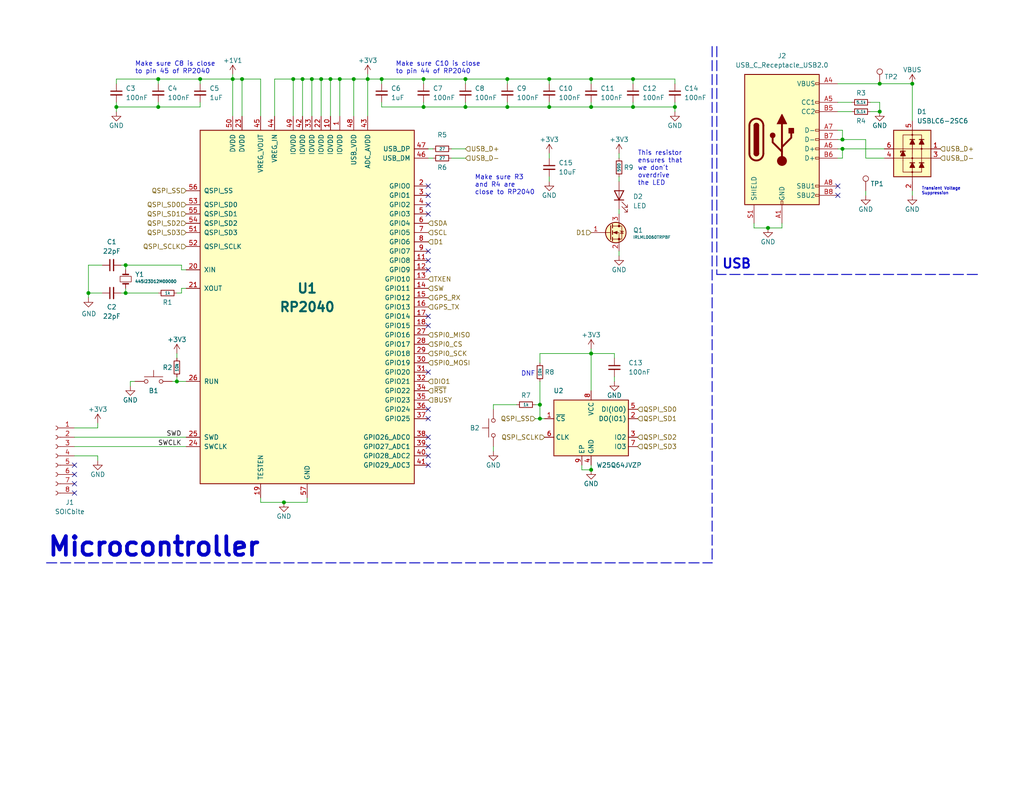
<source format=kicad_sch>
(kicad_sch (version 20230121) (generator eeschema)
  (paper "USLetter")
  (title_block (date "2023-10-18"))
  (lib_symbols
    (symbol "Connector:Conn_01x08_Female" (pin_names (offset 1.016) hide)
      (property "Reference" "J" (at 0 10.16 0))
      (property "Value" "Conn_01x08_Female" (at 0 -12.7 0))
      (symbol "Conn_01x08_Female_1_1"
        (arc (start 0 -9.652) (mid -0.5058 -10.16) (end 0 -10.668) (stroke (width 0.1524)))
        (arc (start 0 -7.112) (mid -0.5058 -7.62) (end 0 -8.128) (stroke (width 0.1524)))
        (arc (start 0 -4.572) (mid -0.5058 -5.08) (end 0 -5.588) (stroke (width 0.1524)))
        (arc (start 0 -2.032) (mid -0.5058 -2.54) (end 0 -3.048) (stroke (width 0.1524)))
        (polyline (pts (xy -1.27 -10.16) (xy -0.508 -10.16)) (stroke (width 0.1524)))
        (polyline (pts (xy -1.27 -7.62) (xy -0.508 -7.62)) (stroke (width 0.1524)))
        (polyline (pts (xy -1.27 -5.08) (xy -0.508 -5.08)) (stroke (width 0.1524)))
        (polyline (pts (xy -1.27 -2.54) (xy -0.508 -2.54)) (stroke (width 0.1524)))
        (polyline (pts (xy -1.27 0) (xy -0.508 0)) (stroke (width 0.1524)))
        (polyline (pts (xy -1.27 2.54) (xy -0.508 2.54)) (stroke (width 0.1524)))
        (polyline (pts (xy -1.27 5.08) (xy -0.508 5.08)) (stroke (width 0.1524)))
        (polyline (pts (xy -1.27 7.62) (xy -0.508 7.62)) (stroke (width 0.1524)))
        (arc (start 0 0.508) (mid -0.5058 0) (end 0 -0.508) (stroke (width 0.1524)))
        (arc (start 0 3.048) (mid -0.5058 2.54) (end 0 2.032) (stroke (width 0.1524)))
        (arc (start 0 5.588) (mid -0.5058 5.08) (end 0 4.572) (stroke (width 0.1524)))
        (arc (start 0 8.128) (mid -0.5058 7.62) (end 0 7.112) (stroke (width 0.1524)))
        (pin passive line (at -5.08 7.62 0) (length 3.81) (name "Pin_1") (number "1"))
        (pin passive line (at -5.08 5.08 0) (length 3.81) (name "Pin_2") (number "2"))
        (pin passive line (at -5.08 2.54 0) (length 3.81) (name "Pin_3") (number "3"))
        (pin passive line (at -5.08 0 0) (length 3.81) (name "Pin_4") (number "4"))
        (pin passive line (at -5.08 -2.54 0) (length 3.81) (name "Pin_5") (number "5"))
        (pin passive line (at -5.08 -5.08 0) (length 3.81) (name "Pin_6") (number "6"))
        (pin passive line (at -5.08 -7.62 0) (length 3.81) (name "Pin_7") (number "7"))
        (pin passive line (at -5.08 -10.16 0) (length 3.81) (name "Pin_8") (number "8"))
      )
    )
    (symbol "Connector:TestPoint" (pin_numbers hide) (pin_names (offset 0.762) hide)
      (property "Reference" "TP" (at 0 6.858 0))
      (property "Value" "TestPoint" (at 0 5.08 0))
      (symbol "TestPoint_0_1"
        (circle (center 0 3.302) (radius 0.762))
      )
      (symbol "TestPoint_1_1"
        (pin passive line (at 0 0 90) (length 2.54) (name "1") (number "1"))
      )
    )
    (symbol "Connector:USB_C_Receptacle_USB2.0" (pin_names (offset 1.016))
      (property "Reference" "J" (at -10.16 19.05 0))
      (property "Value" "USB_C_Receptacle_USB2.0" (at 19.05 19.05 0))
      (symbol "USB_C_Receptacle_USB2.0_0_0"
        (rectangle (start -0.254 -17.78) (end 0.254 -16.764))
        (rectangle (start 10.16 -14.986) (end 9.144 -15.494))
        (rectangle (start 10.16 -12.446) (end 9.144 -12.954))
        (rectangle (start 10.16 -4.826) (end 9.144 -5.334))
        (rectangle (start 10.16 -2.286) (end 9.144 -2.794))
        (rectangle (start 10.16 0.254) (end 9.144 -0.254))
        (rectangle (start 10.16 2.794) (end 9.144 2.286))
        (rectangle (start 10.16 7.874) (end 9.144 7.366))
        (rectangle (start 10.16 10.414) (end 9.144 9.906))
        (rectangle (start 10.16 15.494) (end 9.144 14.986))
      )
      (symbol "USB_C_Receptacle_USB2.0_0_1"
        (rectangle (start -10.16 17.78) (end 10.16 -17.78) (stroke (width 0.254)) (fill (type background)))
        (arc (start -8.89 -3.81) (mid -6.985 -5.7067) (end -5.08 -3.81) (stroke (width 0.508)))
        (arc (start -7.62 -3.81) (mid -6.985 -4.4423) (end -6.35 -3.81) (stroke (width 0.254)))
        (arc (start -7.62 -3.81) (mid -6.985 -4.4423) (end -6.35 -3.81) (stroke (width 0.254)) (fill (type outline)))
        (rectangle (start -7.62 -3.81) (end -6.35 3.81) (stroke (width 0.254)) (fill (type outline)))
        (arc (start -6.35 3.81) (mid -6.985 4.4423) (end -7.62 3.81) (stroke (width 0.254)))
        (arc (start -6.35 3.81) (mid -6.985 4.4423) (end -7.62 3.81) (stroke (width 0.254)) (fill (type outline)))
        (arc (start -5.08 3.81) (mid -6.985 5.7067) (end -8.89 3.81) (stroke (width 0.508)))
        (circle (center -2.54 1.143) (radius 0.635) (stroke (width 0.254)) (fill (type outline)))
        (circle (center 0 -5.842) (radius 1.27) (fill (type outline)))
        (polyline (pts (xy -8.89 -3.81) (xy -8.89 3.81)) (stroke (width 0.508)))
        (polyline (pts (xy -5.08 3.81) (xy -5.08 -3.81)) (stroke (width 0.508)))
        (polyline (pts (xy 0 -5.842) (xy 0 4.318)) (stroke (width 0.508)))
        (polyline (pts (xy 0 -3.302) (xy -2.54 -0.762) (xy -2.54 0.508)) (stroke (width 0.508)))
        (polyline (pts (xy 0 -2.032) (xy 2.54 0.508) (xy 2.54 1.778)) (stroke (width 0.508)))
        (polyline (pts (xy -1.27 4.318) (xy 0 6.858) (xy 1.27 4.318) (xy -1.27 4.318)) (stroke (width 0.254)) (fill (type outline)))
        (rectangle (start 1.905 1.778) (end 3.175 3.048) (stroke (width 0.254)) (fill (type outline)))
      )
      (symbol "USB_C_Receptacle_USB2.0_1_1"
        (pin passive line (at 0 -22.86 90) (length 5.08) (name "GND") (number "A1"))
        (pin passive line (at 0 -22.86 90) (length 5.08) hide (name "GND") (number "A12"))
        (pin passive line (at 15.24 15.24 180) (length 5.08) (name "VBUS") (number "A4"))
        (pin bidirectional line (at 15.24 10.16 180) (length 5.08) (name "CC1") (number "A5"))
        (pin bidirectional line (at 15.24 -2.54 180) (length 5.08) (name "D+") (number "A6"))
        (pin bidirectional line (at 15.24 2.54 180) (length 5.08) (name "D-") (number "A7"))
        (pin bidirectional line (at 15.24 -12.7 180) (length 5.08) (name "SBU1") (number "A8"))
        (pin passive line (at 15.24 15.24 180) (length 5.08) hide (name "VBUS") (number "A9"))
        (pin passive line (at 0 -22.86 90) (length 5.08) hide (name "GND") (number "B1"))
        (pin passive line (at 0 -22.86 90) (length 5.08) hide (name "GND") (number "B12"))
        (pin passive line (at 15.24 15.24 180) (length 5.08) hide (name "VBUS") (number "B4"))
        (pin bidirectional line (at 15.24 7.62 180) (length 5.08) (name "CC2") (number "B5"))
        (pin bidirectional line (at 15.24 -5.08 180) (length 5.08) (name "D+") (number "B6"))
        (pin bidirectional line (at 15.24 0 180) (length 5.08) (name "D-") (number "B7"))
        (pin bidirectional line (at 15.24 -15.24 180) (length 5.08) (name "SBU2") (number "B8"))
        (pin passive line (at 15.24 15.24 180) (length 5.08) hide (name "VBUS") (number "B9"))
        (pin passive line (at -7.62 -22.86 90) (length 5.08) (name "SHIELD") (number "S1"))
      )
    )
    (symbol "Device:C_Small" (pin_numbers hide) (pin_names (offset 0.254) hide)
      (property "Reference" "C" (at 0.254 1.778 0))
      (property "Value" "C_Small" (at 0.254 -2.032 0))
      (symbol "C_Small_0_1"
        (polyline (pts (xy -1.524 -0.508) (xy 1.524 -0.508)) (stroke (width 0.3302)))
        (polyline (pts (xy -1.524 0.508) (xy 1.524 0.508)) (stroke (width 0.3048)))
      )
      (symbol "C_Small_1_1"
        (pin passive line (at 0 2.54 270) (length 2.032) (name "~") (number "1"))
        (pin passive line (at 0 -2.54 90) (length 2.032) (name "~") (number "2"))
      )
    )
    (symbol "Device:Crystal_Small" (pin_numbers hide) (pin_names (offset 1.016) hide)
      (property "Reference" "Y" (at 0 2.54 0))
      (property "Value" "Crystal_Small" (at 0 -2.54 0))
      (symbol "Crystal_Small_0_1"
        (rectangle (start -0.762 -1.524) (end 0.762 1.524))
        (polyline (pts (xy -1.27 -0.762) (xy -1.27 0.762)) (stroke (width 0.381)))
        (polyline (pts (xy 1.27 -0.762) (xy 1.27 0.762)) (stroke (width 0.381)))
      )
      (symbol "Crystal_Small_1_1"
        (pin passive line (at -2.54 0 0) (length 1.27) (name "1") (number "1"))
        (pin passive line (at 2.54 0 180) (length 1.27) (name "2") (number "2"))
      )
    )
    (symbol "Device:LED" (pin_numbers hide) (pin_names (offset 1.016) hide)
      (property "Reference" "D" (at 0 2.54 0))
      (property "Value" "LED" (at 0 -2.54 0))
      (symbol "LED_0_1"
        (polyline (pts (xy -1.27 -1.27) (xy -1.27 1.27)) (stroke (width 0.254)))
        (polyline (pts (xy -1.27 0) (xy 1.27 0)))
        (polyline (pts (xy 1.27 -1.27) (xy 1.27 1.27) (xy -1.27 0) (xy 1.27 -1.27)) (stroke (width 0.254)))
        (polyline (pts (xy -3.048 -0.762) (xy -4.572 -2.286) (xy -3.81 -2.286) (xy -4.572 -2.286) (xy -4.572 -1.524)))
        (polyline (pts (xy -1.778 -0.762) (xy -3.302 -2.286) (xy -2.54 -2.286) (xy -3.302 -2.286) (xy -3.302 -1.524)))
      )
      (symbol "LED_1_1"
        (pin passive line (at -3.81 0 0) (length 2.54) (name "K") (number "1"))
        (pin passive line (at 3.81 0 180) (length 2.54) (name "A") (number "2"))
      )
    )
    (symbol "Device:Q_NMOS_GSD" (pin_names (offset 0) hide)
      (property "Reference" "Q?" (at 6.35 1.2701 0))
      (property "Value" "Q_NMOS_GSD" (at 6.35 -1.2699 0))
      (symbol "Q_NMOS_GSD_0_1"
        (polyline (pts (xy 0.254 0) (xy -2.54 0)))
        (polyline (pts (xy 0.254 1.905) (xy 0.254 -1.905)) (stroke (width 0.254)))
        (polyline (pts (xy 0.762 -1.27) (xy 0.762 -2.286)) (stroke (width 0.254)))
        (polyline (pts (xy 0.762 0.508) (xy 0.762 -0.508)) (stroke (width 0.254)))
        (polyline (pts (xy 0.762 2.286) (xy 0.762 1.27)) (stroke (width 0.254)))
        (polyline (pts (xy 2.54 2.54) (xy 2.54 1.778)))
        (polyline (pts (xy 2.54 -2.54) (xy 2.54 0) (xy 0.762 0)))
        (polyline (pts (xy 0.762 -1.778) (xy 3.302 -1.778) (xy 3.302 1.778) (xy 0.762 1.778)))
        (polyline (pts (xy 1.016 0) (xy 2.032 0.381) (xy 2.032 -0.381) (xy 1.016 0)) (fill (type outline)))
        (polyline (pts (xy 2.794 0.508) (xy 2.921 0.381) (xy 3.683 0.381) (xy 3.81 0.254)))
        (polyline (pts (xy 3.302 0.381) (xy 2.921 -0.254) (xy 3.683 -0.254) (xy 3.302 0.381)))
        (circle (center 1.651 0) (radius 2.794) (stroke (width 0.254)) (fill (type background)))
        (circle (center 2.54 -1.778) (radius 0.254) (fill (type outline)))
        (circle (center 2.54 1.778) (radius 0.254) (fill (type outline)))
      )
      (symbol "Q_NMOS_GSD_1_1"
        (pin input line (at -5.08 0 0) (length 2.54) (name "G") (number "1"))
        (pin passive line (at 2.54 -5.08 90) (length 2.54) (name "S") (number "2"))
        (pin passive line (at 2.54 5.08 270) (length 2.54) (name "D") (number "3"))
      )
    )
    (symbol "Device:R_Small" (pin_numbers hide) (pin_names (offset 0.254) hide)
      (property "Reference" "R" (at 0.762 0.508 0))
      (property "Value" "R_Small" (at 0.762 -1.016 0))
      (symbol "R_Small_0_1"
        (rectangle (start -0.762 1.778) (end 0.762 -1.778) (stroke (width 0.2032)))
      )
      (symbol "R_Small_1_1"
        (pin passive line (at 0 2.54 270) (length 0.762) (name "~") (number "1"))
        (pin passive line (at 0 -2.54 90) (length 0.762) (name "~") (number "2"))
      )
    )
    (symbol "Diode_TVS_AKL:USBLC6-2SC6" (pin_names (offset 1.016) hide)
      (property "Reference" "D" (at 6.35 6.35 0))
      (property "Value" "USBLC6-2SC6" (at 6.35 3.81 0))
      (symbol "USBLC6-2SC6_0_1"
        (rectangle (start -5.08 5.08) (end 5.08 -7.62) (stroke (width 0.254)) (fill (type background)))
        (polyline (pts (xy -5.08 -2.54) (xy 5.08 -2.54)))
        (polyline (pts (xy -5.08 0) (xy 5.08 0)))
        (polyline (pts (xy -2.54 -6.35) (xy -2.54 1.27)))
        (polyline (pts (xy -1.905 -3.81) (xy -3.175 -3.81)) (stroke (width 0.254)))
        (polyline (pts (xy -1.905 2.54) (xy -3.175 2.54)) (stroke (width 0.254)))
        (polyline (pts (xy 0 -8.89) (xy 0 -7.62)))
        (polyline (pts (xy 0 -7.62) (xy 0 -6.35)))
        (polyline (pts (xy 0 -1.27) (xy 0 1.27)))
        (polyline (pts (xy 0 1.27) (xy 0 -3.81)))
        (polyline (pts (xy 0 2.54) (xy 0 3.81)))
        (polyline (pts (xy 0 5.08) (xy 0 3.81)))
        (polyline (pts (xy 0.635 -3.81) (xy -0.635 -3.81)) (stroke (width 0.254)))
        (polyline (pts (xy 0.635 2.54) (xy -0.635 2.54)) (stroke (width 0.254)))
        (polyline (pts (xy 3.175 -0.635) (xy 1.905 -0.635)) (stroke (width 0.254)))
        (polyline (pts (xy -2.54 -6.35) (xy -2.54 -6.35) (xy 2.54 -6.35) (xy 2.54 -3.175)))
        (polyline (pts (xy -2.54 -3.81) (xy -1.905 -5.08) (xy -3.175 -5.08) (xy -2.54 -3.81)) (stroke (width 0.254)) (fill (type outline)))
        (polyline (pts (xy -2.54 2.54) (xy -1.905 1.27) (xy -3.175 1.27) (xy -2.54 2.54)) (stroke (width 0.254)) (fill (type outline)))
        (polyline (pts (xy 0 -3.81) (xy 0.635 -5.08) (xy -0.635 -5.08) (xy 0 -3.81)) (stroke (width 0.254)) (fill (type outline)))
        (polyline (pts (xy 0 2.54) (xy 0.635 1.27) (xy -0.635 1.27) (xy 0 2.54)) (stroke (width 0.254)) (fill (type outline)))
        (polyline (pts (xy 2.54 -0.635) (xy 2.54 3.81) (xy -2.54 3.81) (xy -2.54 2.54)))
        (polyline (pts (xy 2.54 -0.635) (xy 3.175 -1.905) (xy 1.905 -1.905) (xy 2.54 -0.635)) (stroke (width 0.254)) (fill (type outline)))
      )
      (symbol "USBLC6-2SC6_1_1"
        (circle (center -2.54 0) (radius 0.1778) (fill (type outline)))
        (circle (center 0 -6.35) (radius 0.1778) (fill (type outline)))
        (circle (center 0 -2.54) (radius 0.1778) (fill (type outline)))
        (polyline (pts (xy 0 -6.35) (xy 0 -3.81)))
        (polyline (pts (xy 0 0) (xy 0 2.54)))
        (polyline (pts (xy 2.54 -3.175) (xy 2.54 -0.635)))
        (polyline (pts (xy 3.175 -0.635) (xy 3.175 -1.016)) (stroke (width 0.254)))
        (circle (center 0 3.81) (radius 0.1778) (fill (type outline)))
        (pin passive line (at -7.62 0 0) (length 2.54) (name "L1") (number "1"))
        (pin passive line (at 0 -11.43 90) (length 2.54) (name "VN") (number "2"))
        (pin passive line (at -7.62 -2.54 0) (length 2.54) (name "L2") (number "3"))
        (pin passive line (at 7.62 -2.54 180) (length 2.54) (name "L2") (number "4"))
        (pin passive line (at 0 7.62 270) (length 2.54) (name "VP") (number "5"))
        (pin passive line (at 7.62 0 180) (length 2.54) (name "L1") (number "6"))
      )
    )
    (symbol "GND_3" (power) (pin_names (offset 0))
      (property "Value" "GND_3" (at 0 -3.81 0))
      (symbol "GND_3_0_1"
        (polyline (pts (xy 0 0) (xy 0 -1.27) (xy 1.27 -1.27) (xy 0 -2.54) (xy -1.27 -1.27) (xy 0 -1.27)))
      )
      (symbol "GND_3_1_1"
        (pin power_in line (at 0 0 270) (length 0) hide (name "GND") (number "1"))
      )
    )
    (symbol "MCU_RaspberryPi:RP2040" (pin_names (offset 1.016))
      (property "Reference" "U2" (at 0 5.08 0))
      (property "Value" "RP2040" (at 0 0 0))
      (symbol "RP2040_0_1"
        (rectangle (start -29.21 48.26) (end 29.21 -48.26) (stroke (width 0.254)) (fill (type background)))
      )
      (symbol "RP2040_1_1"
        (pin power_in line (at 8.89 52.07 270) (length 3.81) (name "IOVDD") (number "1"))
        (pin power_in line (at 6.35 52.07 270) (length 3.81) (name "IOVDD") (number "10"))
        (pin bidirectional line (at 33.02 12.7 180) (length 3.81) (name "GPIO8") (number "11"))
        (pin bidirectional line (at 33.02 10.16 180) (length 3.81) (name "GPIO9") (number "12"))
        (pin bidirectional line (at 33.02 7.62 180) (length 3.81) (name "GPIO10") (number "13"))
        (pin bidirectional line (at 33.02 5.08 180) (length 3.81) (name "GPIO11") (number "14"))
        (pin bidirectional line (at 33.02 2.54 180) (length 3.81) (name "GPIO12") (number "15"))
        (pin bidirectional line (at 33.02 0 180) (length 3.81) (name "GPIO13") (number "16"))
        (pin bidirectional line (at 33.02 -2.54 180) (length 3.81) (name "GPIO14") (number "17"))
        (pin bidirectional line (at 33.02 -5.08 180) (length 3.81) (name "GPIO15") (number "18"))
        (pin passive line (at -12.7 -52.07 90) (length 3.81) (name "TESTEN") (number "19"))
        (pin bidirectional line (at 33.02 33.02 180) (length 3.81) (name "GPIO0") (number "2"))
        (pin input line (at -33.02 10.16 0) (length 3.81) (name "XIN") (number "20"))
        (pin passive line (at -33.02 5.08 0) (length 3.81) (name "XOUT") (number "21"))
        (pin power_in line (at 3.81 52.07 270) (length 3.81) (name "IOVDD") (number "22"))
        (pin power_in line (at -17.78 52.07 270) (length 3.81) (name "DVDD") (number "23"))
        (pin output line (at -33.02 -38.1 0) (length 3.81) (name "SWCLK") (number "24"))
        (pin bidirectional line (at -33.02 -35.56 0) (length 3.81) (name "SWD") (number "25"))
        (pin input line (at -33.02 -20.32 0) (length 3.81) (name "RUN") (number "26"))
        (pin bidirectional line (at 33.02 -7.62 180) (length 3.81) (name "GPIO16") (number "27"))
        (pin bidirectional line (at 33.02 -10.16 180) (length 3.81) (name "GPIO17") (number "28"))
        (pin bidirectional line (at 33.02 -12.7 180) (length 3.81) (name "GPIO18") (number "29"))
        (pin bidirectional line (at 33.02 30.48 180) (length 3.81) (name "GPIO1") (number "3"))
        (pin bidirectional line (at 33.02 -15.24 180) (length 3.81) (name "GPIO19") (number "30"))
        (pin bidirectional line (at 33.02 -17.78 180) (length 3.81) (name "GPIO20") (number "31"))
        (pin bidirectional line (at 33.02 -20.32 180) (length 3.81) (name "GPIO21") (number "32"))
        (pin power_in line (at 1.27 52.07 270) (length 3.81) (name "IOVDD") (number "33"))
        (pin bidirectional line (at 33.02 -22.86 180) (length 3.81) (name "GPIO22") (number "34"))
        (pin bidirectional line (at 33.02 -25.4 180) (length 3.81) (name "GPIO23") (number "35"))
        (pin bidirectional line (at 33.02 -27.94 180) (length 3.81) (name "GPIO24") (number "36"))
        (pin bidirectional line (at 33.02 -30.48 180) (length 3.81) (name "GPIO25") (number "37"))
        (pin bidirectional line (at 33.02 -35.56 180) (length 3.81) (name "GPIO26_ADC0") (number "38"))
        (pin bidirectional line (at 33.02 -38.1 180) (length 3.81) (name "GPIO27_ADC1") (number "39"))
        (pin bidirectional line (at 33.02 27.94 180) (length 3.81) (name "GPIO2") (number "4"))
        (pin bidirectional line (at 33.02 -40.64 180) (length 3.81) (name "GPIO28_ADC2") (number "40"))
        (pin bidirectional line (at 33.02 -43.18 180) (length 3.81) (name "GPIO29_ADC3") (number "41"))
        (pin power_in line (at -1.27 52.07 270) (length 3.81) (name "IOVDD") (number "42"))
        (pin power_in line (at 16.51 52.07 270) (length 3.81) (name "ADC_AVDD") (number "43"))
        (pin power_in line (at -8.89 52.07 270) (length 3.81) (name "VREG_IN") (number "44"))
        (pin power_out line (at -12.7 52.07 270) (length 3.81) (name "VREG_VOUT") (number "45"))
        (pin bidirectional line (at 33.02 40.64 180) (length 3.81) (name "USB_DM") (number "46"))
        (pin bidirectional line (at 33.02 43.18 180) (length 3.81) (name "USB_DP") (number "47"))
        (pin power_in line (at 12.7 52.07 270) (length 3.81) (name "USB_VDD") (number "48"))
        (pin power_in line (at -3.81 52.07 270) (length 3.81) (name "IOVDD") (number "49"))
        (pin bidirectional line (at 33.02 25.4 180) (length 3.81) (name "GPIO3") (number "5"))
        (pin power_in line (at -20.32 52.07 270) (length 3.81) (name "DVDD") (number "50"))
        (pin bidirectional line (at -33.02 20.32 0) (length 3.81) (name "QSPI_SD3") (number "51"))
        (pin output line (at -33.02 16.51 0) (length 3.81) (name "QSPI_SCLK") (number "52"))
        (pin bidirectional line (at -33.02 27.94 0) (length 3.81) (name "QSPI_SD0") (number "53"))
        (pin bidirectional line (at -33.02 22.86 0) (length 3.81) (name "QSPI_SD2") (number "54"))
        (pin bidirectional line (at -33.02 25.4 0) (length 3.81) (name "QSPI_SD1") (number "55"))
        (pin bidirectional line (at -33.02 31.75 0) (length 3.81) (name "QSPI_SS") (number "56"))
        (pin passive line (at 0 -52.07 90) (length 3.81) (name "GND") (number "57"))
        (pin bidirectional line (at 33.02 22.86 180) (length 3.81) (name "GPIO4") (number "6"))
        (pin bidirectional line (at 33.02 20.32 180) (length 3.81) (name "GPIO5") (number "7"))
        (pin bidirectional line (at 33.02 17.78 180) (length 3.81) (name "GPIO6") (number "8"))
        (pin bidirectional line (at 33.02 15.24 180) (length 3.81) (name "GPIO7") (number "9"))
      )
    )
    (symbol "Memory_Flash:W25Q128JVS"
      (property "Reference" "U4" (at -8.89 10.16 0))
      (property "Value" "W25Q128JVS" (at 7.62 -10.16 0))
      (symbol "W25Q128JVS_0_1"
        (rectangle (start -10.16 7.62) (end 10.16 -7.62) (stroke (width 0.254)) (fill (type background)))
      )
      (symbol "W25Q128JVS_1_1"
        (pin input line (at -12.7 2.54 0) (length 2.54) (name "~{CS}") (number "1"))
        (pin bidirectional line (at 12.7 2.54 180) (length 2.54) (name "DO(IO1)") (number "2"))
        (pin bidirectional line (at 12.7 -2.54 180) (length 2.54) (name "IO2") (number "3"))
        (pin unspecified line (at 0 -10.16 90) (length 2.54) (name "GND") (number "4"))
        (pin bidirectional line (at 12.7 5.08 180) (length 2.54) (name "DI(IO0)") (number "5"))
        (pin input line (at -12.7 -2.54 0) (length 2.54) (name "CLK") (number "6"))
        (pin bidirectional line (at 12.7 -5.08 180) (length 2.54) (name "IO3") (number "7"))
        (pin power_in line (at 0 10.16 270) (length 2.54) (name "VCC") (number "8"))
        (pin unspecified line (at -2.54 -10.16 90) (length 2.54) (name "EP") (number "9"))
      )
    )
    (symbol "Switch:SW_Push" (pin_numbers hide) (pin_names (offset 1.016) hide)
      (property "Reference" "SW" (at 1.27 2.54 0))
      (property "Value" "SW_Push" (at 0 -1.524 0))
      (symbol "SW_Push_0_1"
        (circle (center -2.032 0) (radius 0.508))
        (polyline (pts (xy 0 1.27) (xy 0 3.048)))
        (polyline (pts (xy 2.54 1.27) (xy -2.54 1.27)))
        (circle (center 2.032 0) (radius 0.508))
        (pin passive line (at -5.08 0 0) (length 2.54) (name "1") (number "1"))
        (pin passive line (at 5.08 0 180) (length 2.54) (name "2") (number "2"))
      )
    )
    (symbol "power:+1V1" (power) (pin_names (offset 0))
      (property "Value" "+1V1" (at 0 3.556 0))
      (symbol "+1V1_0_1"
        (polyline (pts (xy -0.762 1.27) (xy 0 2.54)))
        (polyline (pts (xy 0 0) (xy 0 2.54)))
        (polyline (pts (xy 0 2.54) (xy 0.762 1.27)))
      )
      (symbol "+1V1_1_1"
        (pin power_in line (at 0 0 90) (length 0) hide (name "+1V1") (number "1"))
      )
    )
    (symbol "power:+3V3" (power) (pin_names (offset 0))
      (property "Value" "+3V3" (at 0 3.556 0))
      (symbol "+3V3_0_1"
        (polyline (pts (xy -0.762 1.27) (xy 0 2.54)))
        (polyline (pts (xy 0 0) (xy 0 2.54)))
        (polyline (pts (xy 0 2.54) (xy 0.762 1.27)))
      )
      (symbol "+3V3_1_1"
        (pin power_in line (at 0 0 90) (length 0) hide (name "+3V3") (number "1"))
      )
    )
    (symbol "power:GND" (power) (pin_names (offset 0))
      (property "Value" "GND" (at 0 -3.81 0))
      (symbol "GND_0_1"
        (polyline (pts (xy 0 0) (xy 0 -1.27) (xy 1.27 -1.27) (xy 0 -2.54) (xy -1.27 -1.27) (xy 0 -1.27)))
      )
      (symbol "GND_1_1"
        (pin power_in line (at 0 0 270) (length 0) hide (name "GND") (number "1"))
      )
    )
    (symbol "power:VBUS" (power) (pin_names (offset 0))
      (property "Value" "VBUS" (at 0 3.81 0))
      (symbol "VBUS_0_1"
        (polyline (pts (xy -0.762 1.27) (xy 0 2.54)))
        (polyline (pts (xy 0 0) (xy 0 2.54)))
        (polyline (pts (xy 0 2.54) (xy 0.762 1.27)))
      )
      (symbol "VBUS_1_1"
        (pin power_in line (at 0 0 90) (length 0) hide (name "VBUS") (number "1"))
      )
    )
  )
  (junction (at 127 29.21))
  (junction (at 48.26 104.14))
  (junction (at 34.29 72.39))
  (junction (at 248.92 22.86))
  (junction (at 43.18 29.21))
  (junction (at 172.72 29.21))
  (junction (at 161.29 96.52))
  (junction (at 127 21.59))
  (junction (at 115.57 29.21))
  (junction (at 240.03 22.86))
  (junction (at 85.09 21.59))
  (junction (at 161.29 29.21))
  (junction (at 161.29 21.59))
  (junction (at 96.52 21.59))
  (junction (at 138.43 29.21))
  (junction (at 147.32 114.3))
  (junction (at 161.29 128.27))
  (junction (at 149.86 29.21))
  (junction (at 104.14 21.59))
  (junction (at 100.33 21.59))
  (junction (at 54.61 21.59))
  (junction (at 172.72 21.59))
  (junction (at 63.5 21.59))
  (junction (at 87.63 21.59))
  (junction (at 90.17 21.59))
  (junction (at 80.01 21.59))
  (junction (at 43.18 21.59))
  (junction (at 92.71 21.59))
  (junction (at 229.87 38.1))
  (junction (at 147.32 110.49))
  (junction (at 209.55 62.23))
  (junction (at 149.86 21.59))
  (junction (at 115.57 21.59))
  (junction (at 229.87 40.64))
  (junction (at 34.29 80.01))
  (junction (at 138.43 21.59))
  (junction (at 24.13 80.01))
  (junction (at 240.03 30.48))
  (junction (at 31.75 29.21))
  (junction (at 82.55 21.59))
  (junction (at 184.15 29.21))
  (junction (at 77.47 137.16))
  (junction (at 66.04 21.59))
  (no_connect (at 228.6 53.34))
  (no_connect (at 116.84 119.38))
  (no_connect (at 116.84 50.8))
  (no_connect (at 20.32 134.62))
  (no_connect (at 116.84 68.58))
  (no_connect (at 20.32 129.54))
  (no_connect (at 116.84 73.66))
  (no_connect (at 116.84 121.92))
  (no_connect (at 20.32 132.08))
  (no_connect (at 116.84 71.12))
  (no_connect (at 116.84 88.9))
  (no_connect (at 116.84 124.46))
  (no_connect (at 116.84 114.3))
  (no_connect (at 116.84 53.34))
  (no_connect (at 116.84 101.6))
  (no_connect (at 116.84 86.36))
  (no_connect (at 116.84 58.42))
  (no_connect (at 116.84 55.88))
  (no_connect (at 116.84 127))
  (no_connect (at 228.6 50.8))
  (no_connect (at 20.32 127))
  (no_connect (at 116.84 111.76))
  (wire (pts (xy 54.61 22.86) (xy 54.61 21.59)))
  (wire (pts (xy 161.29 96.52) (xy 161.29 106.68)))
  (wire (pts (xy 77.47 137.16) (xy 83.82 137.16)))
  (wire (pts (xy 228.6 22.86) (xy 240.03 22.86)))
  (wire (pts (xy 236.22 38.1) (xy 229.87 38.1)))
  (wire (pts (xy 26.67 124.46) (xy 26.67 125.73)))
  (wire (pts (xy 213.36 60.96) (xy 213.36 62.23)))
  (wire (pts (xy 74.93 21.59) (xy 80.01 21.59)))
  (wire (pts (xy 161.29 127) (xy 161.29 128.27)))
  (wire (pts (xy 158.75 128.27) (xy 161.29 128.27)))
  (wire (pts (xy 24.13 72.39) (xy 27.94 72.39)))
  (wire (pts (xy 184.15 29.21) (xy 184.15 30.48)))
  (wire (pts (xy 168.91 57.15) (xy 168.91 58.42)))
  (wire (pts (xy 167.64 97.79) (xy 167.64 96.52)))
  (wire (pts (xy 116.84 43.18) (xy 118.11 43.18)))
  (wire (pts (xy 149.86 27.94) (xy 149.86 29.21)))
  (wire (pts (xy 34.29 78.74) (xy 34.29 80.01)))
  (wire (pts (xy 237.49 30.48) (xy 240.03 30.48)))
  (wire (pts (xy 31.75 27.94) (xy 31.75 29.21)))
  (wire (pts (xy 149.86 48.26) (xy 149.86 49.53)))
  (wire (pts (xy 138.43 29.21) (xy 149.86 29.21)))
  (wire (pts (xy 71.12 137.16) (xy 71.12 135.89)))
  (wire (pts (xy 100.33 21.59) (xy 100.33 31.75)))
  (wire (pts (xy 34.29 73.66) (xy 34.29 72.39)))
  (wire (pts (xy 26.67 124.46) (xy 20.32 124.46)))
  (wire (pts (xy 71.12 31.75) (xy 71.12 21.59)))
  (wire (pts (xy 26.67 116.84) (xy 20.32 116.84)))
  (wire (pts (xy 168.91 48.26) (xy 168.91 49.53)))
  (wire (pts (xy 127 27.94) (xy 127 29.21)))
  (wire (pts (xy 147.32 110.49) (xy 147.32 114.3)))
  (wire (pts (xy 71.12 21.59) (xy 66.04 21.59)))
  (wire (pts (xy 100.33 20.32) (xy 100.33 21.59)))
  (wire (pts (xy 26.67 116.84) (xy 26.67 115.57)))
  (wire (pts (xy 168.91 68.58) (xy 168.91 69.85)))
  (wire (pts (xy 229.87 38.1) (xy 228.6 38.1)))
  (wire (pts (xy 35.56 105.41) (xy 35.56 104.14)))
  (wire (pts (xy 43.18 21.59) (xy 54.61 21.59)))
  (wire (pts (xy 229.87 40.64) (xy 229.87 43.18)))
  (polyline (pts (xy 194.31 12.7) (xy 194.31 153.67)) (stroke (width 0.254) (type dash)))
  (wire (pts (xy 33.02 80.01) (xy 34.29 80.01)))
  (wire (pts (xy 146.05 110.49) (xy 147.32 110.49)))
  (wire (pts (xy 48.26 104.14) (xy 48.26 102.87)))
  (polyline (pts (xy 12.7 153.67) (xy 194.31 153.67)) (stroke (width 0.254) (type dash)))
  (wire (pts (xy 87.63 31.75) (xy 87.63 21.59)))
  (wire (pts (xy 31.75 22.86) (xy 31.75 21.59)))
  (wire (pts (xy 34.29 72.39) (xy 33.02 72.39)))
  (wire (pts (xy 50.8 78.74) (xy 49.53 78.74)))
  (wire (pts (xy 127 29.21) (xy 138.43 29.21)))
  (wire (pts (xy 43.18 22.86) (xy 43.18 21.59)))
  (wire (pts (xy 228.6 35.56) (xy 229.87 35.56)))
  (wire (pts (xy 240.03 27.94) (xy 237.49 27.94)))
  (wire (pts (xy 54.61 21.59) (xy 63.5 21.59)))
  (wire (pts (xy 240.03 30.48) (xy 240.03 27.94)))
  (wire (pts (xy 184.15 21.59) (xy 172.72 21.59)))
  (wire (pts (xy 236.22 52.07) (xy 236.22 53.34)))
  (wire (pts (xy 24.13 80.01) (xy 27.94 80.01)))
  (wire (pts (xy 123.19 43.18) (xy 127 43.18)))
  (wire (pts (xy 104.14 21.59) (xy 104.14 22.86)))
  (wire (pts (xy 161.29 29.21) (xy 172.72 29.21)))
  (wire (pts (xy 66.04 21.59) (xy 63.5 21.59)))
  (wire (pts (xy 49.53 73.66) (xy 49.53 72.39)))
  (wire (pts (xy 149.86 21.59) (xy 149.86 22.86)))
  (wire (pts (xy 66.04 31.75) (xy 66.04 21.59)))
  (wire (pts (xy 149.86 41.91) (xy 149.86 43.18)))
  (wire (pts (xy 172.72 21.59) (xy 161.29 21.59)))
  (wire (pts (xy 149.86 21.59) (xy 138.43 21.59)))
  (wire (pts (xy 172.72 29.21) (xy 184.15 29.21)))
  (wire (pts (xy 31.75 29.21) (xy 31.75 30.48)))
  (wire (pts (xy 134.62 121.92) (xy 134.62 123.19)))
  (wire (pts (xy 24.13 72.39) (xy 24.13 80.01)))
  (wire (pts (xy 87.63 21.59) (xy 90.17 21.59)))
  (wire (pts (xy 82.55 31.75) (xy 82.55 21.59)))
  (polyline (pts (xy 266.7 74.93) (xy 195.58 74.93)) (stroke (width 0.254) (type dash)))
  (wire (pts (xy 20.32 121.92) (xy 50.8 121.92)))
  (wire (pts (xy 172.72 21.59) (xy 172.72 22.86)))
  (wire (pts (xy 48.26 104.14) (xy 50.8 104.14)))
  (wire (pts (xy 24.13 80.01) (xy 24.13 81.28)))
  (wire (pts (xy 149.86 29.21) (xy 161.29 29.21)))
  (wire (pts (xy 31.75 29.21) (xy 43.18 29.21)))
  (wire (pts (xy 172.72 27.94) (xy 172.72 29.21)))
  (wire (pts (xy 116.84 40.64) (xy 118.11 40.64)))
  (wire (pts (xy 147.32 104.14) (xy 147.32 110.49)))
  (wire (pts (xy 228.6 30.48) (xy 232.41 30.48)))
  (wire (pts (xy 213.36 62.23) (xy 209.55 62.23)))
  (wire (pts (xy 228.6 27.94) (xy 232.41 27.94)))
  (wire (pts (xy 158.75 127) (xy 158.75 128.27)))
  (wire (pts (xy 85.09 31.75) (xy 85.09 21.59)))
  (wire (pts (xy 104.14 27.94) (xy 104.14 29.21)))
  (wire (pts (xy 127 21.59) (xy 138.43 21.59)))
  (wire (pts (xy 54.61 27.94) (xy 54.61 29.21)))
  (wire (pts (xy 96.52 31.75) (xy 96.52 21.59)))
  (wire (pts (xy 31.75 21.59) (xy 43.18 21.59)))
  (wire (pts (xy 34.29 72.39) (xy 49.53 72.39)))
  (wire (pts (xy 205.74 62.23) (xy 209.55 62.23)))
  (wire (pts (xy 138.43 21.59) (xy 138.43 22.86)))
  (wire (pts (xy 123.19 40.64) (xy 127 40.64)))
  (wire (pts (xy 49.53 78.74) (xy 49.53 80.01)))
  (wire (pts (xy 43.18 29.21) (xy 54.61 29.21)))
  (wire (pts (xy 146.05 114.3) (xy 147.32 114.3)))
  (wire (pts (xy 134.62 110.49) (xy 134.62 111.76)))
  (wire (pts (xy 229.87 35.56) (xy 229.87 38.1)))
  (wire (pts (xy 248.92 22.86) (xy 248.92 33.02)))
  (wire (pts (xy 229.87 43.18) (xy 228.6 43.18)))
  (wire (pts (xy 80.01 31.75) (xy 80.01 21.59)))
  (wire (pts (xy 167.64 102.87) (xy 167.64 104.14)))
  (wire (pts (xy 228.6 40.64) (xy 229.87 40.64)))
  (wire (pts (xy 248.92 52.07) (xy 248.92 53.34)))
  (wire (pts (xy 184.15 22.86) (xy 184.15 21.59)))
  (wire (pts (xy 147.32 96.52) (xy 161.29 96.52)))
  (polyline (pts (xy 195.58 12.7) (xy 195.58 74.93)) (stroke (width 0.254) (type dash)))
  (wire (pts (xy 115.57 22.86) (xy 115.57 21.59)))
  (wire (pts (xy 35.56 104.14) (xy 36.83 104.14)))
  (wire (pts (xy 161.29 21.59) (xy 161.29 22.86)))
  (wire (pts (xy 184.15 27.94) (xy 184.15 29.21)))
  (wire (pts (xy 48.26 96.52) (xy 48.26 97.79)))
  (wire (pts (xy 50.8 73.66) (xy 49.53 73.66)))
  (wire (pts (xy 20.32 119.38) (xy 50.8 119.38)))
  (wire (pts (xy 83.82 135.89) (xy 83.82 137.16)))
  (wire (pts (xy 104.14 21.59) (xy 115.57 21.59)))
  (wire (pts (xy 92.71 21.59) (xy 92.71 31.75)))
  (wire (pts (xy 104.14 29.21) (xy 115.57 29.21)))
  (wire (pts (xy 115.57 29.21) (xy 127 29.21)))
  (wire (pts (xy 161.29 95.25) (xy 161.29 96.52)))
  (wire (pts (xy 167.64 96.52) (xy 161.29 96.52)))
  (wire (pts (xy 115.57 21.59) (xy 127 21.59)))
  (wire (pts (xy 63.5 20.32) (xy 63.5 21.59)))
  (wire (pts (xy 147.32 96.52) (xy 147.32 99.06)))
  (wire (pts (xy 46.99 104.14) (xy 48.26 104.14)))
  (wire (pts (xy 127 22.86) (xy 127 21.59)))
  (wire (pts (xy 63.5 21.59) (xy 63.5 31.75)))
  (wire (pts (xy 82.55 21.59) (xy 85.09 21.59)))
  (wire (pts (xy 147.32 114.3) (xy 148.59 114.3)))
  (wire (pts (xy 92.71 21.59) (xy 96.52 21.59)))
  (wire (pts (xy 161.29 21.59) (xy 149.86 21.59)))
  (wire (pts (xy 138.43 27.94) (xy 138.43 29.21)))
  (wire (pts (xy 90.17 31.75) (xy 90.17 21.59)))
  (wire (pts (xy 85.09 21.59) (xy 87.63 21.59)))
  (wire (pts (xy 100.33 21.59) (xy 104.14 21.59)))
  (wire (pts (xy 229.87 40.64) (xy 241.3 40.64)))
  (wire (pts (xy 134.62 110.49) (xy 140.97 110.49)))
  (wire (pts (xy 115.57 29.21) (xy 115.57 27.94)))
  (wire (pts (xy 96.52 21.59) (xy 100.33 21.59)))
  (wire (pts (xy 48.26 80.01) (xy 49.53 80.01)))
  (wire (pts (xy 168.91 41.91) (xy 168.91 43.18)))
  (wire (pts (xy 161.29 27.94) (xy 161.29 29.21)))
  (wire (pts (xy 43.18 29.21) (xy 43.18 27.94)))
  (wire (pts (xy 90.17 21.59) (xy 92.71 21.59)))
  (wire (pts (xy 80.01 21.59) (xy 82.55 21.59)))
  (wire (pts (xy 74.93 31.75) (xy 74.93 21.59)))
  (wire (pts (xy 205.74 60.96) (xy 205.74 62.23)))
  (wire (pts (xy 77.47 137.16) (xy 71.12 137.16)))
  (wire (pts (xy 236.22 43.18) (xy 241.3 43.18)))
  (wire (pts (xy 240.03 22.86) (xy 248.92 22.86)))
  (wire (pts (xy 236.22 38.1) (xy 236.22 43.18)))
  (wire (pts (xy 34.29 80.01) (xy 43.18 80.01)))
  (text "USB" (at 196.85 73.66 0) (effects (font (size 2.54 2.54) (thickness 0.508) bold) (justify left bottom)))
  (text "Make sure C8 is close \nto pin 45 of RP2040" (at 36.83 20.32 0) (effects (font (size 1.27 1.27)) (justify left bottom)))
  (text "Make sure C10 is close \nto pin 44 of RP2040" (at 107.95 20.32 0) (effects (font (size 1.27 1.27)) (justify left bottom)))
  (text "Microcontroller" (at 12.7 152.4 0) (effects (font (size 5.08 5.08) (thickness 1.016) bold) (justify left bottom)))
  (text "Transient Voltage\nSuppression" (at 251.46 53.34 0) (effects (font (size 0.8 0.8)) (justify left bottom)))
  (text "Make sure R3 \nand R4 are \nclose to RP2040" (at 129.54 53.34 0) (effects (font (size 1.27 1.27)) (justify left bottom)))
  (text "This resistor \nensures that \nwe don't \noverdrive \nthe LED" (at 173.99 50.8 0) (effects (font (size 1.27 1.27)) (justify left bottom)))
  (text "DNF" (at 146.05 102.87 0) (effects (font (size 1.27 1.27)) (justify right bottom)))
  (label "SWCLK" (at 49.53 121.92 180))
  (label "SWD" (at 49.53 119.38 180))
  (hierarchical_label "SW" (shape input) (at 116.84 78.74 0))
  (hierarchical_label "SDA" (shape input) (at 116.84 60.96 0))
  (hierarchical_label "USB_D+" (shape input) (at 127 40.64 0))
  (hierarchical_label "SPI0_SCK" (shape input) (at 116.84 96.52 0))
  (hierarchical_label "DIO1" (shape input) (at 116.84 104.14 0))
  (hierarchical_label "QSPI_SD2" (shape input) (at 173.99 119.38 0))
  (hierarchical_label "QSPI_SS" (shape input) (at 146.05 114.3 180))
  (hierarchical_label "BUSY" (shape input) (at 116.84 109.22 0))
  (hierarchical_label "QSPI_SD0" (shape input) (at 50.8 55.88 180))
  (hierarchical_label "QSPI_SCLK" (shape input) (at 148.59 119.38 180))
  (hierarchical_label "D1" (shape input) (at 161.29 63.5 180))
  (hierarchical_label "QSPI_SD3" (shape input) (at 173.99 121.92 0))
  (hierarchical_label "QSPI_SD1" (shape input) (at 50.8 58.42 180))
  (hierarchical_label "GPS_TX" (shape input) (at 116.84 83.82 0))
  (hierarchical_label "USB_D-" (shape input) (at 127 43.18 0))
  (hierarchical_label "QSPI_SD3" (shape input) (at 50.8 63.5 180))
  (hierarchical_label "QSPI_SD2" (shape input) (at 50.8 60.96 180))
  (hierarchical_label "QSPI_SD0" (shape input) (at 173.99 111.76 0))
  (hierarchical_label "~{RST}" (shape input) (at 116.84 106.68 0))
  (hierarchical_label "D1" (shape input) (at 116.84 66.04 0))
  (hierarchical_label "SPI0_MISO" (shape input) (at 116.84 91.44 0))
  (hierarchical_label "QSPI_SS" (shape input) (at 50.8 52.07 180))
  (hierarchical_label "SPI0_CS" (shape input) (at 116.84 93.98 0))
  (hierarchical_label "SCL" (shape input) (at 116.84 63.5 0))
  (hierarchical_label "GPS_RX" (shape input) (at 116.84 81.28 0))
  (hierarchical_label "SPI0_MOSI" (shape input) (at 116.84 99.06 0))
  (hierarchical_label "QSPI_SD1" (shape input) (at 173.99 114.3 0))
  (hierarchical_label "TXEN" (shape input) (at 116.84 76.2 0))
  (hierarchical_label "QSPI_SCLK" (shape input) (at 50.8 67.31 180))
  (hierarchical_label "USB_D+" (shape input) (at 256.54 40.64 0))
  (hierarchical_label "USB_D-" (shape input) (at 256.54 43.18 0))
  (symbol (lib_id "power:GND") (at 161.29 128.27 0) (unit 1)
    (property "Reference" "#PWR022" (effects hide))
    (property "Value" "GND" (at 161.29 132.08 0))
  )
  (symbol (lib_id "Device:Crystal_Small") (at 34.29 76.2 90) (unit 1)
    (property "Reference" "Y1" (at 36.83 74.93 90) (effects (justify right)))
    (property "Value" "445I23D12M00000" (at 36.83 76.8351 90) (effects (font (size 0.8 0.8)) (justify right)))
    (property "Footprint" "Crystal:Crystal_SMD_5032-2Pin_5.0x3.2mm" (effects hide))
  )
  (symbol (lib_id "Device:R_Small") (at 143.51 110.49 90) (unit 1)
    (property "Reference" "R7" (at 143.51 107.95 90))
    (property "Value" "1k" (at 143.51 110.49 90) (effects (font (size 0.8 0.8))))
    (property "Footprint" "Resistor_SMD:R_0402_1005Metric" (effects hide))
  )
  (symbol (lib_id "Device:C_Small") (at 104.14 25.4 0) (unit 1)
    (property "Reference" "C6" (at 106.68 24.13 0) (effects (justify left)))
    (property "Value" "1uF" (at 106.68 26.67 0) (effects (justify left)))
    (property "Footprint" "Capacitor_SMD:C_0402_1005Metric" (effects hide))
  )
  (symbol (lib_id "Device:R_Small") (at 147.32 101.6 0) (unit 1)
    (property "Reference" "R8" (at 148.59 101.6 0) (effects (justify left)))
    (property "Value" "10k" (at 147.32 101.6 90) (effects (font (size 0.8 0.8))))
    (property "Footprint" "Resistor_SMD:R_0402_1005Metric" (effects hide))
  )
  (symbol (lib_id "power:GND") (at 248.92 53.34 0) (unit 1)
    (property "Reference" "#PWR012" (effects hide))
    (property "Value" "GND" (at 248.92 57.15 0))
  )
  (symbol (lib_id "power:+3V3") (at 149.86 41.91 0) (unit 1)
    (property "Reference" "#PWR028" (effects hide))
    (property "Value" "+3V3" (at 149.86 38.1 0))
  )
  (symbol (lib_id "Device:C_Small") (at 31.75 25.4 0) (unit 1)
    (property "Reference" "C3" (at 34.29 24.13 0) (effects (justify left)))
    (property "Value" "100nF" (at 34.29 26.67 0) (effects (justify left)))
    (property "Footprint" "Capacitor_SMD:C_0402_1005Metric" (effects hide))
  )
  (symbol (lib_id "Switch:SW_Push") (at 134.62 116.84 90) (unit 1)
    (property "Reference" "B2" (at 129.54 116.84 90))
    (property "Value" "KMR2" (effects hide))
    (property "Footprint" "Button_Switch_SMD:SW_Push_1P1T_NO_CK_KMR2" (effects hide))
  )
  (symbol (lib_id "Switch:SW_Push") (at 41.91 104.14 0) (unit 1)
    (property "Reference" "B1" (at 41.91 106.68 0))
    (property "Value" "KMR2" (effects hide))
    (property "Footprint" "Button_Switch_SMD:SW_Push_1P1T_NO_CK_KMR2" (effects hide))
  )
  (symbol (lib_id "power:GND") (at 26.67 125.73 0) (mirror y) (unit 1)
    (property "Reference" "#PWR03" (effects hide))
    (property "Value" "GND" (at 26.67 129.54 0))
  )
  (symbol (lib_id "Connector:TestPoint") (at 236.22 52.07 0) (unit 1)
    (property "Reference" "TP1" (at 237.49 50.165 0) (effects (justify left)))
    (property "Value" "TestPoint" (effects hide))
    (property "Footprint" "TestPoint:TestPoint_Pad_D1.0mm" (effects hide))
  )
  (symbol (lib_id "power:+1V1") (at 63.5 20.32 0) (unit 1)
    (property "Reference" "#PWR010" (effects hide))
    (property "Value" "+1V1" (at 63.5 16.51 0))
  )
  (symbol (lib_id "power:GND") (at 35.56 105.41 0) (unit 1)
    (property "Reference" "#PWR06" (effects hide))
    (property "Value" "GND" (at 35.56 109.22 0))
  )
  (symbol (lib_id "Device:R_Small") (at 120.65 40.64 90) (unit 1)
    (property "Reference" "R5" (at 120.65 36.83 90))
    (property "Value" "27" (at 120.65 40.64 90) (effects (font (size 0.8 0.8))))
    (property "Footprint" "Resistor_SMD:R_0402_1005Metric" (effects hide))
  )
  (symbol (lib_id "Connector:USB_C_Receptacle_USB2.0") (at 213.36 38.1 0) (unit 1)
    (property "Reference" "J2" (at 213.36 15.24 0))
    (property "Value" "USB_C_Receptacle_USB2.0" (at 213.36 17.78 0))
    (property "Footprint" "Connector_USB:USB_C_Receptacle_GCT_USB4105-xx-A_16P_TopMnt_Horizontal" (effects hide))
    (property "Datasheet" "https://www.usb.org/sites/default/files/documents/usb_type-c.zip" (effects hide))
  )
  (symbol (lib_id "Device:R_Small") (at 48.26 100.33 0) (unit 1)
    (property "Reference" "R2" (at 45.72 100.33 0))
    (property "Value" "10k" (at 48.26 100.33 90) (effects (font (size 0.8 0.8))))
    (property "Footprint" "Resistor_SMD:R_0402_1005Metric" (effects hide))
  )
  (symbol (lib_id "Device:C_Small") (at 149.86 45.72 0) (unit 1)
    (property "Reference" "C15" (at 152.4 44.45 0) (effects (justify left)))
    (property "Value" "10uF" (at 152.4 46.99 0) (effects (justify left)))
    (property "Footprint" "Capacitor_SMD:C_0603_1608Metric" (effects hide))
  )
  (symbol (lib_id "Device:C_Small") (at 43.18 25.4 0) (unit 1)
    (property "Reference" "C4" (at 45.72 24.13 0) (effects (justify left)))
    (property "Value" "100nF" (at 45.72 26.67 0) (effects (justify left)))
    (property "Footprint" "Capacitor_SMD:C_0402_1005Metric" (effects hide))
  )
  (symbol (lib_id "Device:Q_NMOS_GSD") (at 166.37 63.5 0) (unit 1)
    (property "Reference" "Q1" (at 172.72 62.865 0) (effects (justify left)))
    (property "Value" "IRLML0060TRPBF" (at 172.72 64.77 0) (effects (font (size 0.8 0.8)) (justify left)))
    (property "Footprint" "Package_TO_SOT_SMD:SOT-23-3" (effects hide))
  )
  (symbol (lib_id "Device:R_Small") (at 234.95 27.94 90) (unit 1)
    (property "Reference" "R3" (at 234.95 25.4 90))
    (property "Value" "5.1k" (at 234.95 27.94 90) (effects (font (size 0.8 0.8))))
    (property "Footprint" "Resistor_SMD:R_0402_1005Metric" (effects hide))
  )
  (symbol (lib_id "Device:C_Small") (at 149.86 25.4 0) (unit 1)
    (property "Reference" "C10" (at 152.4 24.13 0) (effects (justify left)))
    (property "Value" "100nF" (at 152.4 26.67 0) (effects (justify left)))
    (property "Footprint" "Capacitor_SMD:C_0402_1005Metric" (effects hide))
  )
  (symbol (lib_id "Device:C_Small") (at 30.48 72.39 90) (unit 1)
    (property "Reference" "C1" (at 30.4863 66.04 90))
    (property "Value" "22pF" (at 30.4863 68.58 90))
    (property "Footprint" "Capacitor_SMD:C_0603_1608Metric" (effects hide))
  )
  (symbol (lib_id "power:+3V3") (at 48.26 96.52 0) (unit 1)
    (property "Reference" "#PWR07" (effects hide))
    (property "Value" "+3V3" (at 48.26 92.71 0))
  )
  (symbol (lib_id "Device:R_Small") (at 45.72 80.01 90) (unit 1)
    (property "Reference" "R1" (at 45.72 82.55 90))
    (property "Value" "1k" (at 45.72 80.01 90) (effects (font (size 0.8 0.8))))
    (property "Footprint" "Resistor_SMD:R_0402_1005Metric" (effects hide))
  )
  (symbol (lib_id "Device:C_Small") (at 138.43 25.4 0) (unit 1)
    (property "Reference" "C9" (at 140.97 24.13 0) (effects (justify left)))
    (property "Value" "100nF" (at 140.97 26.67 0) (effects (justify left)))
    (property "Footprint" "Capacitor_SMD:C_0402_1005Metric" (effects hide))
  )
  (symbol (lib_id "power:GND") (at 240.03 30.48 0) (unit 1)
    (property "Reference" "#PWR09" (effects hide))
    (property "Value" "GND" (at 240.03 34.29 0))
  )
  (symbol (lib_id "Device:LED") (at 168.91 53.34 90) (unit 1)
    (property "Reference" "D2" (at 172.72 53.6574 90) (effects (justify right)))
    (property "Value" "LED" (at 172.72 56.1974 90) (effects (justify right)))
    (property "Footprint" "Diode_SMD:D_0603_1608Metric_Pad1.05x0.95mm_HandSolder" (effects hide))
  )
  (symbol (lib_name "GND_3") (lib_id "power:GND") (at 209.55 62.23 0) (unit 1)
    (property "Reference" "#PWR04" (effects hide))
    (property "Value" "GND" (at 209.55 66.04 0))
  )
  (symbol (lib_id "power:GND") (at 31.75 30.48 0) (unit 1)
    (property "Reference" "#PWR05" (effects hide))
    (property "Value" "GND" (at 31.75 34.29 0))
  )
  (symbol (lib_id "Device:C_Small") (at 54.61 25.4 0) (unit 1)
    (property "Reference" "C5" (at 57.15 24.13 0) (effects (justify left)))
    (property "Value" "1uF" (at 57.15 26.67 0) (effects (justify left)))
    (property "Footprint" "Capacitor_SMD:C_0402_1005Metric" (effects hide))
  )
  (symbol (lib_id "Device:R_Small") (at 234.95 30.48 90) (unit 1)
    (property "Reference" "R4" (at 234.95 33.02 90))
    (property "Value" "5.1k" (at 234.95 30.48 90) (effects (font (size 0.8 0.8))))
    (property "Footprint" "Resistor_SMD:R_0402_1005Metric" (effects hide))
  )
  (symbol (lib_id "Device:C_Small") (at 184.15 25.4 0) (unit 1)
    (property "Reference" "C14" (at 186.69 24.13 0) (effects (justify left)))
    (property "Value" "100nF" (at 186.69 26.67 0) (effects (justify left)))
    (property "Footprint" "Capacitor_SMD:C_0402_1005Metric" (effects hide))
  )
  (symbol (lib_id "Device:C_Small") (at 30.48 80.01 90) (unit 1)
    (property "Reference" "C2" (at 30.48 83.82 90))
    (property "Value" "22pF" (at 30.48 86.36 90))
    (property "Footprint" "Capacitor_SMD:C_0603_1608Metric" (effects hide))
  )
  (symbol (lib_id "Connector:Conn_01x08_Female") (at 15.24 124.46 0) (mirror y) (unit 1)
    (property "Reference" "J1" (at 19.05 137.16 0))
    (property "Value" "SOICbite" (at 19.05 139.7 0))
    (property "Footprint" "Rudolph_Lib:SOIC_clipProgSmall" (effects hide))
  )
  (symbol (lib_id "Device:C_Small") (at 161.29 25.4 0) (unit 1)
    (property "Reference" "C11" (at 163.83 24.13 0) (effects (justify left)))
    (property "Value" "100nF" (at 163.83 26.67 0) (effects (justify left)))
    (property "Footprint" "Capacitor_SMD:C_0402_1005Metric" (effects hide))
  )
  (symbol (lib_id "Device:C_Small") (at 167.64 100.33 0) (unit 1)
    (property "Reference" "C13" (at 171.45 99.0662 0) (effects (justify left)))
    (property "Value" "100nF" (at 171.45 101.6062 0) (effects (justify left)))
    (property "Footprint" "Capacitor_SMD:C_0402_1005Metric" (effects hide))
  )
  (symbol (lib_id "power:GND") (at 184.15 30.48 0) (unit 1)
    (property "Reference" "#PWR025" (effects hide))
    (property "Value" "GND" (at 184.15 34.29 0))
  )
  (symbol (lib_id "power:GND") (at 77.47 137.16 0) (unit 1)
    (property "Reference" "#PWR013" (effects hide))
    (property "Value" "GND" (at 77.47 140.97 0))
  )
  (symbol (lib_id "Device:R_Small") (at 168.91 45.72 0) (unit 1)
    (property "Reference" "R9" (at 170.18 45.72 0) (effects (justify left)))
    (property "Value" "590" (at 168.91 45.72 90) (effects (font (size 0.8 0.8))))
    (property "Footprint" "Resistor_SMD:R_0603_1608Metric" (effects hide))
  )
  (symbol (lib_id "power:GND") (at 236.22 53.34 0) (unit 1)
    (property "Reference" "#PWR08" (effects hide))
    (property "Value" "GND" (at 236.22 57.15 0))
  )
  (symbol (lib_id "power:GND") (at 168.91 69.85 0) (unit 1)
    (property "Reference" "#PWR020" (effects hide))
    (property "Value" "GND" (at 168.91 73.66 0))
  )
  (symbol (lib_id "power:+3V3") (at 100.33 20.32 0) (unit 1)
    (property "Reference" "#PWR014" (effects hide))
    (property "Value" "+3V3" (at 100.33 16.51 0))
  )
  (symbol (lib_id "MCU_RaspberryPi:RP2040") (at 83.82 83.82 0) (unit 1)
    (property "Reference" "U1" (at 83.82 78.74 0) (effects (font (size 2.54 2.54) bold)))
    (property "Value" "RP2040" (at 83.82 83.82 0) (effects (font (size 2.54 2.54) bold)))
    (property "Footprint" "Rudolph_Lib:RP2040-QFN-56" (effects hide))
  )
  (symbol (lib_id "power:GND") (at 24.13 81.28 0) (unit 1)
    (property "Reference" "#PWR01" (effects hide))
    (property "Value" "GND" (at 24.257 85.6742 0))
  )
  (symbol (lib_id "power:VBUS") (at 248.92 22.86 0) (unit 1)
    (property "Reference" "#PWR011" (effects hide))
    (property "Value" "VBUS" (at 248.92 19.05 0))
  )
  (symbol (lib_id "power:+3V3") (at 26.67 115.57 0) (mirror y) (unit 1)
    (property "Reference" "#PWR02" (effects hide))
    (property "Value" "+3V3" (at 26.67 111.76 0))
  )
  (symbol (lib_id "power:+3V3") (at 168.91 41.91 0) (unit 1)
    (property "Reference" "#PWR019" (effects hide))
    (property "Value" "+3V3" (at 168.91 38.1 0))
  )
  (symbol (lib_id "Device:C_Small") (at 115.57 25.4 0) (unit 1)
    (property "Reference" "C7" (at 118.11 24.13 0) (effects (justify left)))
    (property "Value" "100nF" (at 118.11 26.67 0) (effects (justify left)))
    (property "Footprint" "Capacitor_SMD:C_0402_1005Metric" (effects hide))
  )
  (symbol (lib_id "Device:C_Small") (at 127 25.4 0) (unit 1)
    (property "Reference" "C8" (at 129.54 24.13 0) (effects (justify left)))
    (property "Value" "100nF" (at 129.54 26.67 0) (effects (justify left)))
    (property "Footprint" "Capacitor_SMD:C_0402_1005Metric" (effects hide))
  )
  (symbol (lib_id "power:GND") (at 134.62 123.19 0) (unit 1)
    (property "Reference" "#PWR015" (effects hide))
    (property "Value" "GND" (at 134.62 127 0))
  )
  (symbol (lib_id "Connector:TestPoint") (at 240.03 22.86 0) (unit 1)
    (property "Reference" "TP2" (at 241.3 20.955 0) (effects (justify left)))
    (property "Value" "TestPoint" (effects hide))
    (property "Footprint" "TestPoint:TestPoint_Pad_D1.0mm" (effects hide))
  )
  (symbol (lib_id "power:GND") (at 167.64 104.14 0) (unit 1)
    (property "Reference" "#PWR023" (effects hide))
    (property "Value" "GND" (at 167.64 107.95 0))
  )
  (symbol (lib_id "Memory_Flash:W25Q128JVS") (at 161.29 116.84 0) (unit 1)
    (property "Reference" "U2" (at 152.4 106.68 0))
    (property "Value" "W25Q64JVZP" (at 168.91 127 0))
    (property "Footprint" "Rudolph_Lib:W25Q64JVZP" (effects hide))
    (property "Datasheet" "http://www.winbond.com/resource-files/w25q128jv_dtr%20revc%2003272018%20plus.pdf" (effects hide))
  )
  (symbol (lib_id "power:+3V3") (at 161.29 95.25 0) (unit 1)
    (property "Reference" "#PWR021" (effects hide))
    (property "Value" "+3V3" (at 161.29 91.44 0))
  )
  (symbol (lib_id "Device:C_Small") (at 172.72 25.4 0) (unit 1)
    (property "Reference" "C12" (at 175.26 24.13 0) (effects (justify left)))
    (property "Value" "100nF" (at 175.26 26.67 0) (effects (justify left)))
    (property "Footprint" "Capacitor_SMD:C_0402_1005Metric" (effects hide))
  )
  (symbol (lib_id "Diode_TVS_AKL:USBLC6-2SC6") (at 248.92 40.64 0) (mirror y) (unit 1)
    (property "Reference" "D1" (at 250.19 30.48 0) (effects (justify right)))
    (property "Value" "USBLC6-2SC6" (at 250.19 33.02 0) (effects (justify right)))
    (property "Footprint" "PCM_Package_TO_SOT_SMD_AKL:SOT-23-6" (effects hide))
    (property "Datasheet" "https://www.tme.eu/Document/db59d28d28a96c34f26d05f234ff409c/USBLC6-2.pdf" (effects hide))
  )
  (symbol (lib_id "Device:R_Small") (at 120.65 43.18 90) (unit 1)
    (property "Reference" "R6" (at 120.65 45.72 90))
    (property "Value" "27" (at 120.65 43.18 90) (effects (font (size 0.8 0.8))))
    (property "Footprint" "Resistor_SMD:R_0402_1005Metric" (effects hide))
  )
  (symbol (lib_id "power:GND") (at 149.86 49.53 0) (unit 1)
    (property "Reference" "#PWR029" (effects hide))
    (property "Value" "GND" (at 149.86 53.34 0))
  )
)
</source>
